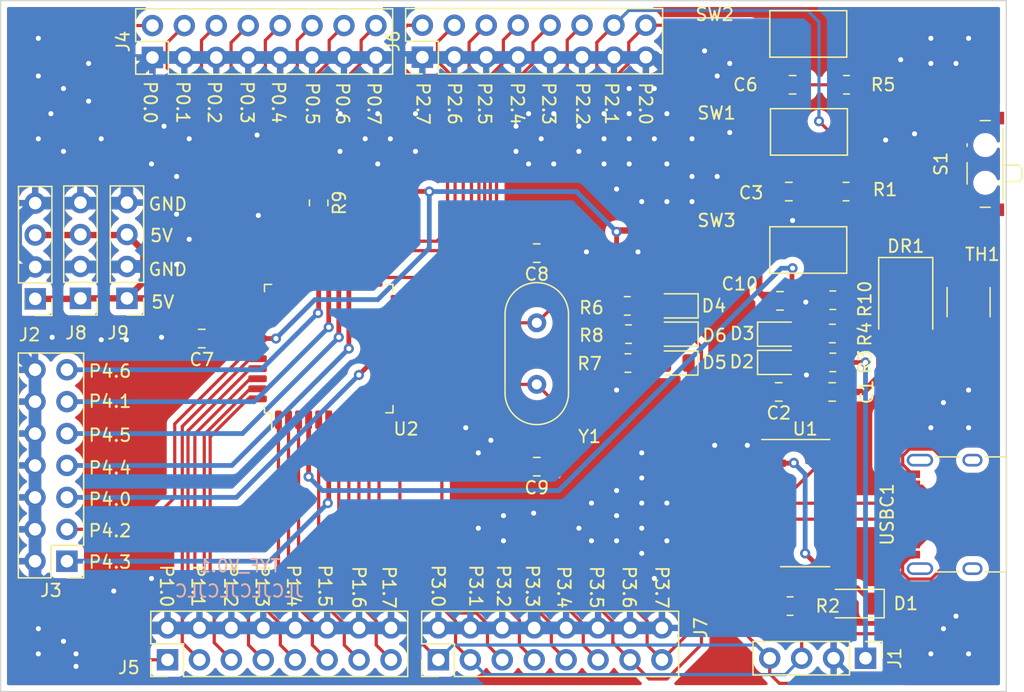
<source format=kicad_pcb>
(kicad_pcb (version 20211014) (generator pcbnew)
  (layers (0 "F.Cu" signal) (31 "B.Cu" signal) (34 "B.Paste" user) (35 "F.Paste" user) (36 "B.SilkS" user "B.Silkscreen") (37 "F.SilkS" user "F.Silkscreen") (38 "B.Mask" user) (39 "F.Mask" user) (44 "Edge.Cuts" user))
  (net 0 "")
  (net 1 "VCC")
  (net 2 "GND")
  (net 3 "Net-(C2-Pad2)")
  (net 4 "/KEY1")
  (net 5 "/KEY2")
  (net 6 "+5V")
  (net 7 "/X1")
  (net 8 "/X2")
  (net 9 "/RST")
  (net 10 "Net-(D1-Pad1)")
  (net 11 "/P3.0")
  (net 12 "/P3.1")
  (net 13 "Net-(D2-Pad2)")
  (net 14 "Net-(D3-Pad2)")
  (net 15 "Net-(D4-Pad2)")
  (net 16 "/LED1")
  (net 17 "Net-(D5-Pad2)")
  (net 18 "/LED2")
  (net 19 "Net-(D6-Pad2)")
  (net 20 "/P4.3")
  (net 21 "/P4.2")
  (net 22 "/P4.0")
  (net 23 "/P4.4")
  (net 24 "/P4.5")
  (net 25 "/P4.1")
  (net 26 "/P4.6")
  (net 27 "/P0.0")
  (net 28 "/P0.1")
  (net 29 "/P0.2")
  (net 30 "/P0.3")
  (net 31 "/P0.4")
  (net 32 "/P0.5")
  (net 33 "/P0.6")
  (net 34 "/P0.7")
  (net 35 "/P1.0")
  (net 36 "/P1.1")
  (net 37 "/P1.2")
  (net 38 "/P1.3")
  (net 39 "/P1.4")
  (net 40 "/P1.5")
  (net 41 "/P1.6")
  (net 42 "/P1.7")
  (net 43 "/P2.7")
  (net 44 "/P2.6")
  (net 45 "/P2.5")
  (net 46 "/P2.4")
  (net 47 "/P2.3")
  (net 48 "/P2.2")
  (net 49 "/P3.2")
  (net 50 "/P3.3")
  (net 51 "/P3.4")
  (net 52 "/P3.5")
  (net 53 "Net-(R2-Pad2)")
  (net 55 "VBUS")
  (net 56 "/DP")
  (net 57 "/DM")
  (footprint "Capacitor_SMD:C_1812_4532Metric" (layer "F.Cu") (at 167 89 -90)
    (fp_text reference "TH1")
    (fp_text value "SMD1812P110TF/33" hide)
  )
  (footprint "Capacitor_SMD:C_0805_2012Metric" (layer "F.Cu") (at 106 91.9 180)
    (fp_text reference "C7")
    (fp_text value "104" hide)
  )
  (footprint "LED_SMD:LED_0805_2012Metric" (layer "F.Cu") (at 151.9 93.8)
    (fp_text reference "D2")
    (fp_text value "红色" hide)
  )
  (footprint "Capacitor_SMD:C_0805_2012Metric" (layer "F.Cu") (at 152 88.9)
    (fp_text reference "C10")
    (fp_text value "10uf" hide)
  )
  (footprint "Capacitor_SMD:C_0805_2012Metric" (layer "F.Cu") (at 156.15 96.15 180)
    (fp_text reference "C1")
    (fp_text value "104" hide)
  )
  (footprint "LED_SMD:LED_0805_2012Metric" (layer "F.Cu") (at 143.7875 93.85 180)
    (fp_text reference "D5")
    (fp_text value "白色" hide)
  )
  (footprint "Resistor_SMD:R_0805_2012Metric" (layer "F.Cu") (at 152.8 113.2 180)
    (fp_text reference "R2")
    (fp_text value "22R" hide)
  )
  (footprint "Connector_USB:USB_C_Receptacle_XKB_U262-16XN-4BVC11" (layer "F.Cu") (at 166.235 105.9 90)
    (fp_text reference "USBC1")
    (fp_text value "USB_C_Receptacle" hide)
  )
  (footprint "Capacitor_SMD:C_0805_2012Metric" (layer "F.Cu") (at 151.9 96.15 180)
    (fp_text reference "C2")
    (fp_text value "104")
  )
  (footprint "Resistor_SMD:R_0805_2012Metric" (layer "F.Cu") (at 139.95 91.55 180)
    (fp_text reference "R8")
    (fp_text value "2K" hide)
  )
  (footprint "Connector_PinHeader_2.54mm:PinHeader_2x08_P2.54mm_Vertical" (layer "F.Cu") (at 103.275 117.475 90)
    (fp_text reference "J5")
    (fp_text value "Conn_02x08_Odd_Even" hide)
  )
  (footprint "Connector_PinHeader_2.54mm:PinHeader_2x08_P2.54mm_Vertical" (layer "F.Cu") (at 124.825 117.475 90)
    (fp_text reference "J7")
    (fp_text value "Conn_02x08_Odd_Even" hide)
  )
  (footprint "Capacitor_SMD:C_0805_2012Metric" (layer "F.Cu") (at 153 71.7)
    (fp_text reference "C6")
    (fp_text value "104" hide)
  )
  (footprint "Connector_PinHeader_2.54mm:PinHeader_1x04_P2.54mm_Vertical" (layer "F.Cu") (at 158.8 117.35 -90)
    (fp_text reference "J1")
    (fp_text value "Conn_01x04" hide)
  )
  (footprint "Crystal:Crystal_HC18-U_Vertical" (layer "F.Cu") (at 132.65 90.65 -90)
    (fp_text reference "Y1")
    (fp_text value "11.0592Mhz")
  )
  (footprint "Capacitor_SMD:C_0805_2012Metric" (layer "F.Cu") (at 132.65 102.1 180)
    (fp_text reference "C9")
    (fp_text value "22pf")
  )
  (footprint "Button_Switch_SMD:SW_SPST_CK_RS282G05A3" (layer "F.Cu") (at 154.3 75.45 180)
    (fp_text reference "SW1")
    (fp_text value "SW_Push" hide)
  )
  (footprint "Capacitor_SMD:C_0805_2012Metric" (layer "F.Cu") (at 132.65 85.1 180)
    (fp_text reference "C8")
    (fp_text value "22pf")
  )
  (footprint "Connector_PinHeader_2.54mm:PinHeader_2x08_P2.54mm_Vertical" (layer "F.Cu") (at 123.55 69.5 90)
    (fp_text reference "J6")
    (fp_text value "Conn_02x08_Odd_Even" hide)
  )
  (footprint "LED_SMD:LED_0805_2012Metric" (layer "F.Cu") (at 143.8 91.55 180)
    (fp_text reference "D6")
    (fp_text value "白色" hide)
  )
  (footprint "Button_Switch_SMD:SW_SPST_CK_RS282G05A3" (layer "F.Cu") (at 154.25 84.85 180)
    (fp_text reference "SW3")
    (fp_text value "SW_Push" hide)
  )
  (footprint "Connector_PinHeader_2.54mm:PinHeader_2x08_P2.54mm_Vertical" (layer "F.Cu") (at 102.075 69.525 90)
    (fp_text reference "J4")
    (fp_text value "Conn_02x08_Odd_Even" hide)
  )
  (footprint "Connector_PinHeader_2.54mm:PinHeader_1x04_P2.54mm_Vertical" (layer "F.Cu") (at 92.75 88.74 180)
    (fp_text reference "J2")
    (fp_text value "Conn_01x04" hide)
  )
  (footprint "Package_QFP:LQFP-44_10x10mm_P0.8mm" (layer "F.Cu") (at 116.1 92.7 90)
    (fp_text reference "U2")
    (fp_text value "STC89C52RC")
  )
  (footprint "Resistor_SMD:R_0805_2012Metric" (layer "F.Cu") (at 139.85 89.3 180)
    (fp_text reference "R6")
    (fp_text value "2K" hide)
  )
  (footprint "Resistor_SMD:R_0805_2012Metric" (layer "F.Cu") (at 156.1625 91.5)
    (fp_text reference "R4")
    (fp_text value "2K" hide)
  )
  (footprint "Capacitor_SMD:C_0805_2012Metric" (layer "F.Cu") (at 152.7 80.2)
    (fp_text reference "C3")
    (fp_text value "104" hide)
  )
  (footprint "Resistor_SMD:R_0805_2012Metric" (layer "F.Cu") (at 156.2 93.8)
    (fp_text reference "R3")
    (fp_text value "2K" hide)
  )
  (footprint "Button_Switch_SMD:SW_SPDT_PCM12" (layer "F.Cu") (at 168 78 90)
    (fp_text reference "S1")
    (fp_text value "SS-12F23" hide)
  )
  (footprint "Package_SO:SOIC-16_3.9x9.9mm_P1.27mm" (layer "F.Cu") (at 154 105)
    (fp_text reference "U1")
    (fp_text value "CH340C")
  )
  (footprint "LED_SMD:LED_0805_2012Metric" (layer "F.Cu") (at 143.8 89.3 180)
    (fp_text reference "D4")
    (fp_text value "白色" hide)
  )
  (footprint "Resistor_SMD:R_0805_2012Metric" (layer "F.Cu") (at 157.2875 71.7 180)
    (fp_text reference "R5")
    (fp_text value "10K" hide)
  )
  (footprint "Connector_PinHeader_2.54mm:PinHeader_1x04_P2.54mm_Vertical" (layer "F.Cu") (at 100.05 88.7 180)
    (fp_text reference "J9")
    (fp_text value "Conn_01x04" hide)
  )
  (footprint "Resistor_SMD:R_0805_2012Metric" (layer "F.Cu") (at 115.3 81.1 -90)
    (fp_text reference "R9")
    (fp_text value "10K")
  )
  (footprint "Connector_PinHeader_2.54mm:PinHeader_2x07_P2.54mm_Vertical" (layer "F.Cu") (at 95.275 109.625 180)
    (fp_text reference "J3")
    (fp_text value "Conn_02x07_Odd_Even" hide)
  )
  (footprint "Resistor_SMD:R_0805_2012Metric" (layer "F.Cu") (at 139.9 93.85 180)
    (fp_text reference "R7")
    (fp_text value "2K" hide)
  )
  (footprint "Resistor_SMD:R_0805_2012Metric" (layer "F.Cu") (at 157.25 80.2 180)
    (fp_text reference "R1")
    (fp_text value "10K" hide)
  )
  (footprint "Diode_SMD:D_SMB" (layer "F.Cu") (at 162 89 -90)
    (fp_text reference "DR1")
    (fp_text value "SMBJ5.0A-E3/52" hide)
  )
  (footprint "Diode_SMD:D_1206_3216Metric" (layer "F.Cu") (at 158 113 180)
    (fp_text reference "D1")
    (fp_text value "1N4148" hide)
  )
  (footprint "Resistor_SMD:R_0805_2012Metric" (layer "F.Cu") (at 156.2 88.85 180)
    (fp_text reference "R10")
    (fp_text value "10K" hide)
  )
  (footprint "LED_SMD:LED_0805_2012Metric" (layer "F.Cu") (at 151.9 91.55)
    (fp_text reference "D3")
    (fp_text value "蓝色" hide)
  )
  (footprint "Button_Switch_SMD:SW_SPST_CK_RS282G05A3" (layer "F.Cu") (at 154.25 67.65)
    (fp_text reference "SW2")
    (fp_text value "SW_Push" hide)
  )
  (footprint "Connector_PinHeader_2.54mm:PinHeader_1x04_P2.54mm_Vertical" (layer "F.Cu") (at 96.35 88.7 180)
    (fp_text reference "J8")
    (fp_text value "Conn_01x04" hide)
  )
  (gr_line (start 90 120) (end 90 65) (layer "Edge.Cuts") (width 0.1))
  (gr_line (start 90 65) (end 170 65) (layer "Edge.Cuts") (width 0.1))
  (gr_line (start 170 120) (end 90 120) (layer "Edge.Cuts") (width 0.1))
  (gr_line (start 170 65) (end 170 120) (layer "Edge.Cuts") (width 0.1))
  (gr_text "TYF_V0.1" (at 109 110) (layer "B.SilkS") (effects (font (size 1 1)) (justify mirror)))
  (gr_text "JLCJLCJLCJLC" (at 109 112) (layer "B.SilkS") (effects (font (size 1 1)) (justify mirror)))
  (gr_text "P3.4\n" (at 134.8 111.7 270) (layer "F.SilkS") (effects (font (size 1 1))))
  (gr_text "P1.5" (at 115.8 111.6 270) (layer "F.SilkS") (effects (font (size 1 1))))
  (gr_text "P0.4" (at 112.1 73.1 270) (layer "F.SilkS") (effects (font (size 1 1))))
  (gr_text "P2.2\n" (at 136.3 73.2 270) (layer "F.SilkS") (effects (font (size 1 1))))
  (gr_text "P0.7" (at 119.7 73.2 270) (layer "F.SilkS") (effects (font (size 1 1))))
  (gr_text "P4.2" (at 98.7 107.2) (layer "F.SilkS") (effects (font (size 1 1))))
  (gr_text "GND" (at 103.3 81.2) (layer "F.SilkS") (effects (font (size 1 1))))
  (gr_text "P0.5" (at 114.8 73.2 270) (layer "F.SilkS") (effects (font (size 1 1))))
  (gr_text "P2.7" (at 123.6 73.2 270) (layer "F.SilkS") (effects (font (size 1 1))))
  (gr_text "P2.0" (at 141.3 73.2 270) (layer "F.SilkS") (effects (font (size 1 1))))
  (gr_text "P4.3" (at 98.7 109.7) (layer "F.SilkS") (effects (font (size 1 1))))
  (gr_text "P1.6\n" (at 118.5 111.7 270) (layer "F.SilkS") (effects (font (size 1 1))))
  (gr_text "P0.0" (at 101.9 73.1 270) (layer "F.SilkS") (effects (font (size 1 1))))
  (gr_text "P3.7" (at 142.6 111.7 270) (layer "F.SilkS") (effects (font (size 1 1))))
  (gr_text "P0.1" (at 104.5 73.1 270) (layer "F.SilkS") (effects (font (size 1 1))))
  (gr_text "GND" (at 103.3 86.4) (layer "F.SilkS") (effects (font (size 1 1))))
  (gr_text "P4.4" (at 98.7 102.2) (layer "F.SilkS") (effects (font (size 1 1))))
  (gr_text "P0.2" (at 107 73.1 270) (layer "F.SilkS") (effects (font (size 1 1))))
  (gr_text "P3.5\n" (at 137.4 111.7 270) (layer "F.SilkS") (effects (font (size 1 1))))
  (gr_text "P1.0\n" (at 103.2 111.6 270) (layer "F.SilkS") (effects (font (size 1 1))))
  (gr_text "P2.1" (at 138.6 73.2 270) (layer "F.SilkS") (effects (font (size 1 1))))
  (gr_text "P2.6" (at 126.1 73.2 270) (layer "F.SilkS") (effects (font (size 1 1))))
  (gr_text "5V" (at 102.9 89) (layer "F.SilkS") (effects (font (size 1 1))))
  (gr_text "P3.3" (at 132.3 111.6 270) (layer "F.SilkS") (effects (font (size 1 1))))
  (gr_text "P1.7" (at 120.9 111.7 270) (layer "F.SilkS") (effects (font (size 1 1))))
  (gr_text "P0.6" (at 117.2 73.2 270) (layer "F.SilkS") (effects (font (size 1 1))))
  (gr_text "P2.3" (at 133.6 73.2 270) (layer "F.SilkS") (effects (font (size 1 1))))
  (gr_text "5V" (at 102.8 83.7) (layer "F.SilkS") (effects (font (size 1 1))))
  (gr_text "P3.0\n" (at 124.8 111.6 270) (layer "F.SilkS") (effects (font (size 1 1))))
  (gr_text "P1.1" (at 105.7 111.6 270) (layer "F.SilkS") (effects (font (size 1 1))))
  (gr_text "P4.5" (at 98.7 99.6) (layer "F.SilkS") (effects (font (size 1 1))))
  (gr_text "P3.1" (at 127.8 111.6 270) (layer "F.SilkS") (effects (font (size 1 1))))
  (gr_text "P3.2" (at 130 111.6 270) (layer "F.SilkS") (effects (font (size 1 1))))
  (gr_text "P1.3" (at 110.8 111.6 270) (layer "F.SilkS") (effects (font (size 1 1))))
  (gr_text "P4.1" (at 98.7 96.9) (layer "F.SilkS") (effects (font (size 1 1))))
  (gr_text "P1.4" (at 113.3 111.6 270) (layer "F.SilkS") (effects (font (size 1 1))))
  (gr_text "P2.4" (at 131.1 73.2 270) (layer "F.SilkS") (effects (font (size 1 1))))
  (gr_text "P2.5" (at 128.5 73.2 270) (layer "F.SilkS") (effects (font (size 1 1))))
  (gr_text "P1.2\n" (at 108.3 111.6 270) (layer "F.SilkS") (effects (font (size 1 1))))
  (gr_text "P0.3" (at 109.6 73.1 270) (layer "F.SilkS") (effects (font (size 1 1))))
  (gr_text "P4.6" (at 98.7 94.5) (layer "F.SilkS") (effects (font (size 1 1))))
  (gr_text "P4.0" (at 98.7 104.7) (layer "F.SilkS") (effects (font (size 1 1))))
  (gr_text "P3.6" (at 140 111.7 270) (layer "F.SilkS") (effects (font (size 1 1))))
  (via (at 110.4 75.7) (size 0.8) (drill 0.4) (layers "F.Cu" "B.Cu") (net 0))
  (via (at 162.7 75.6) (size 0.8) (drill 0.4) (layers "F.Cu" "B.Cu") (net 0))
  (via (at 94.1 91.8) (size 0.8) (drill 0.4) (layers "F.Cu" "B.Cu") (net 0))
  (via (at 110.5 82.1) (size 0.8) (drill 0.4) (layers "F.Cu" "B.Cu") (net 0))
  (via (at 160.4 76.1) (size 0.8) (drill 0.4) (layers "F.Cu" "B.Cu") (net 0))
  (segment (start 167 84.7) (end 167 86.95) (width 0.508) (layer "F.Cu") (net 1))
  (segment (start 157.1 96.15) (end 158.65 96.15) (width 0.508) (layer "F.Cu") (net 1))
  (segment (start 158.65 96.15) (end 159.9 94.9) (width 0.508) (layer "F.Cu") (net 1))
  (segment (start 162 86.85) (end 166.9 86.85) (width 0.508) (layer "F.Cu") (net 1))
  (segment (start 166.9 86.85) (end 167 86.95) (width 0.508) (layer "F.Cu") (net 1))
  (segment (start 165.4 77.25) (end 164.15 78.5) (width 0.508) (layer "F.Cu") (net 1))
  (segment (start 164.15 81.85) (end 167 84.7) (width 0.508) (layer "F.Cu") (net 1))
  (segment (start 159.9 88.95) (end 162 86.85) (width 0.508) (layer "F.Cu") (net 1))
  (segment (start 166.57 77.25) (end 165.4 77.25) (width 0.508) (layer "F.Cu") (net 1))
  (segment (start 156.475 96.775) (end 157.1 96.15) (width 0.508) (layer "F.Cu") (net 1))
  (segment (start 159.9 94.9) (end 159.9 88.95) (width 0.508) (layer "F.Cu") (net 1))
  (segment (start 164.15 78.5) (end 164.15 81.85) (width 0.508) (layer "F.Cu") (net 1))
  (segment (start 156.475 100.555) (end 156.475 96.775) (width 0.508) (layer "F.Cu") (net 1))
  (segment (start 155.2875 88.85) (end 154.1995 88.85) (width 0.381) (layer "F.Cu") (net 2))
  (segment (start 164.022355 111.04652) (end 162.237645 111.04652) (width 0.254) (layer "F.Cu") (net 2))
  (segment (start 161.75348 101.237645) (end 162.291125 100.7) (width 0.254) (layer "F.Cu") (net 2))
  (segment (start 148 75.5) (end 150.35 75.5) (width 1.016) (layer "F.Cu") (net 2))
  (segment (start 165.7 102.2) (end 165.7 109.368875) (width 0.254) (layer "F.Cu") (net 2))
  (segment (start 146.8 91.3625) (end 146.8 100.4) (width 1.016) (layer "F.Cu") (net 2))
  (segment (start 164.2 100.7) (end 165.7 102.2) (width 0.254) (layer "F.Cu") (net 2))
  (segment (start 162.565 109.25) (end 162.291322 109.25) (width 0.381) (layer "F.Cu") (net 2))
  (segment (start 162.237645 111.04652) (end 161.75348 110.562355) (width 0.254) (layer "F.Cu") (net 2))
  (segment (start 131.7 83.6) (end 131.7 85.1) (width 1.016) (layer "F.Cu") (net 2))
  (segment (start 158.15 67.65) (end 159.55 67.65) (width 0.381) (layer "F.Cu") (net 2))
  (segment (start 165.7 109.368875) (end 164.022355 111.04652) (width 0.254) (layer "F.Cu") (net 2))
  (segment (start 151.525 100.555) (end 149.555 100.555) (width 0.381) (layer "F.Cu") (net 2))
  (segment (start 162.291322 109.25) (end 161.1 110.441322) (width 0.381) (layer "F.Cu") (net 2))
  (segment (start 161.1 110.441322) (end 161.1 114.1) (width 0.381) (layer "F.Cu") (net 2))
  (segment (start 161.1 114.1) (end 164 117) (width 0.381) (layer "F.Cu") (net 2))
  (segment (start 151.9 94.9) (end 152.85 95.85) (width 0.381) (layer "F.Cu") (net 2))
  (segment (start 150.4 73.35) (end 152.05 71.7) (width 1.016) (layer "F.Cu") (net 2))
  (segment (start 131.7 102.279137) (end 132.953383 103.53252) (width 1.016) (layer "F.Cu") (net 2))
  (segment (start 132.4 82.9) (end 131.7 83.6) (width 1.016) (layer "F.Cu") (net 2))
  (segment (start 131.6 102.2) (end 131.7 102.1) (width 1.016) (layer "F.Cu") (net 2))
  (segment (start 162.291125 100.7) (end 164.2 100.7) (width 0.254) (layer "F.Cu") (net 2))
  (segment (start 140.7 85.092202) (end 144.7375 89.129702) (width 1.016) (layer "F.Cu") (net 2))
  (segment (start 152.85 96.15) (end 155.2 96.15) (width 1.016) (layer "F.Cu") (net 2))
  (segment (start 144.7375 89.129702) (end 144.7375 89.3) (width 1.016) (layer "F.Cu") (net 2))
  (segment (start 150.45 75.4) (end 150.4 75.45) (width 1.27) (layer "F.Cu") (net 2))
  (segment (start 149.5 98.53) (end 149.5 95.6) (width 0.381) (layer "F.Cu") (net 2))
  (segment (start 151.525 100.555) (end 149.5 98.53) (width 0.381) (layer "F.Cu") (net 2))
  (segment (start 162.381125 102.55) (end 161.75348 101.922355) (width 0.254) (layer "F.Cu") (net 2))
  (segment (start 162.565 102.85) (end 162.565 102.55) (width 0.254) (layer "F.Cu") (net 2))
  (segment (start 150.4 75.45) (end 150.4 78.85) (width 1.016) (layer "F.Cu") (net 2))
  (segment (start 154.1 95.05) (end 155.2 96.15) (width 0.381) (layer "F.Cu") (net 2))
  (segment (start 154.1995 88.85) (end 154.0495 89) (width 0.381) (layer "F.Cu") (net 2))
  (segment (start 102.8 91.8) (end 104.95 91.8) (width 1.016) (layer "F.Cu") (net 2))
  (segment (start 131.7 86.07255) (end 131.7 85.1) (width 0.381) (layer "F.Cu") (net 2))
  (segment (start 154.1 94.8) (end 154.1 95.05) (width 0.381) (layer "F.Cu") (net 2))
  (segment (start 121.7625 93.5) (end 124.27255 93.5) (width 0.381) (layer "F.Cu") (net 2))
  (segment (start 135.76748 103.53252) (end 136.6 102.7) (width 1.016) (layer "F.Cu") (net 2))
  (segment (start 162.565 102.55) (end 162.381125 102.55) (width 0.254) (layer "F.Cu") (net 2))
  (segment (start 140.7 85) (end 140.7 85.092202) (width 1.016) (layer "F.Cu") (net 2))
  (segment (start 134.5 82.9) (end 132.4 82.9) (width 1.016) (layer "F.Cu") (net 2))
  (segment (start 150.4 78.85) (end 151.75 80.2) (width 1.016) (layer "F.Cu") (net 2))
  (segment (start 104.95 91.8) (end 105.05 91.9) (width 1.016) (layer "F.Cu") (net 2))
  (segment (start 131.6 105) (end 131.6 102.2) (width 1.016) (layer "F.Cu") (net 2))
  (segment (start 152.85 95.85) (end 152.85 96.15) (width 0.381) (layer "F.Cu") (net 2))
  (segment (start 161.75348 110.562355) (end 161.75348 109.877645) (width 0.254) (layer "F.Cu") (net 2))
  (segment (start 144.7375 89.3) (end 146.8 91.3625) (width 1.016) (layer "F.Cu") (net 2))
  (segment (start 150.2 94.9) (end 151.9 94.9) (width 0.381) (layer "F.Cu") (net 2))
  (segment (start 136.6 102.7) (end 136.6 85) (width 1.016) (layer "F.Cu") (net 2))
  (segment (start 132.953383 103.53252) (end 135.76748 103.53252) (width 1.016) (layer "F.Cu") (net 2))
  (segment (start 124.27255 93.5) (end 131.7 86.07255) (width 0.381) (layer "F.Cu") (net 2))
  (segment (start 132.4 105.8) (end 131.6 105) (width 1.016) (layer "F.Cu") (net 2))
  (segment (start 151.75 81.25) (end 151.75 80.2) (width 0.381) (layer "F.Cu") (net 2))
  (segment (start 150.4 75.45) (end 150.4 73.35) (width 1.016) (layer "F.Cu") (net 2))
  (segment (start 162.565 108.95) (end 162.565 109.25) (width 0.254) (layer "F.Cu") (net 2))
  (segment (start 161.75348 101.922355) (end 161.75348 101.237645) (width 0.254) (layer "F.Cu") (net 2))
  (segment (start 159.55 67.65) (end 161.6 69.7) (width 0.381) (layer "F.Cu") (net 2))
  (segment (start 149.5 95.6) (end 150.2 94.9) (width 0.381) (layer "F.Cu") (net 2))
  (segment (start 153 82.5) (end 151.75 81.25) (width 0.381) (layer "F.Cu") (net 2))
  (segment (start 136.6 85) (end 134.5 82.9) (width 1.016) (layer "F.Cu") (net 2))
  (segment (start 131.7 102.1) (end 131.7 102.279137) (width 1.016) (layer "F.Cu") (net 2))
  (segment (start 149.555 100.555) (end 149.4 100.4) (width 0.381) (layer "F.Cu") (net 2))
  (via (at 105 76) (size 0.8) (drill 0.4) (layers "F.Cu" "B.Cu") (net 2))
  (via (at 140 74) (size 0.8) (drill 0.4) (layers "F.Cu" "B.Cu") (net 2))
  (via (at 95 72) (size 0.8) (drill 0.4) (layers "F.Cu" "B.Cu") (net 2))
  (via (at 167 99) (size 0.8) (drill 0.4) (layers "F.Cu" "B.Cu") (net 2))
  (via (at 104 82) (size 0.8) (drill 0.4) (layers "F.Cu" "B.Cu") (net 2))
  (via (at 146.8 100.4) (size 0.8) (drill 0.4) (layers "F.Cu" "B.Cu") (net 2))
  (via (at 141 107) (size 0.8) (drill 0.4) (layers "F.Cu" "B.Cu") (net 2))
  (via (at 129 100) (size 0.8) (drill 0.4) (layers "F.Cu" "B.Cu") (net 2))
  (via (at 139 108) (size 0.8) (drill 0.4) (layers "F.Cu" "B.Cu") (net 2))
  (via (at 132.4 105.8) (size 0.8) (drill 0.4) (layers "F.Cu" "B.Cu") (net 2))
  (via (at 133 76) (size 0.8) (drill 0.4) (layers "F.Cu" "B.Cu") (net 2))
  (via (at 153 82.5) (size 0.8) (drill 0.4) (layers "F.Cu" "B.Cu") (net 2))
  (via (at 137 105) (size 0.8) (drill 0.4) (layers "F.Cu" "B.Cu") (net 2))
  (via (at 95 77) (size 0.8) (drill 0.4) (layers "F.Cu" "B.Cu") (net 2))
  (via (at 120 78) (size 0.8) (drill 0.4) (layers "F.Cu" "B.Cu") (net 2))
  (via (at 164 117) (size 0.8) (drill 0.4) (layers "F.Cu" "B.Cu") (net 2))
  (via (at 141 101) (size 0.8) (drill 0.4) (layers "F.Cu" "B.Cu") (net 2))
  (via (at 131 77) (size 0.8) (drill 0.4) (layers "F.Cu" "B.Cu") (net 2))
  (via (at 132 78) (size 0.8) (drill 0.4) (layers "F.Cu" "B.Cu") (net 2))
  (via (at 136 107) (size 0.8) (drill 0.4) (layers "F.Cu" "B.Cu") (net 2))
  (via (at 145 81) (size 0.8) (drill 0.4) (layers "F.Cu" "B.Cu") (net 2))
  (via (at 117 77) (size 0.8) (drill 0.4) (layers "F.Cu" "B.Cu") (net 2))
  (via (at 164 70) (size 0.8) (drill 0.4) (layers "F.Cu" "B.Cu") (net 2))
  (via (at 145 79) (size 0.8) (drill 0.4) (layers "F.Cu" "B.Cu") (net 2))
  (via (at 140 72) (size 0.8) (drill 0.4) (layers "F.Cu" "B.Cu") (net 2))
  (via (at 140 76) (size 0.8) (drill 0.4) (layers "F.Cu" "B.Cu") (net 2))
  (via (at 128 107) (size 0.8) (drill 0.4) (layers "F.Cu" "B.Cu") (net 2))
  (via (at 136 77) (size 0.8) (drill 0.4) (layers "F.Cu" "B.Cu") (net 2))
  (via (at 104 79) (size 0.8) (drill 0.4) (layers "F.Cu" "B.Cu") (net 2))
  (via (at 128 101) (size 0.8) (drill 0.4) (layers "F.Cu" "B.Cu") (net 2))
  (via (at 141 103) (size 0.8) (drill 0.4) (layers "F.Cu" "B.Cu") (net 2))
  (via (at 166 114) (size 0.8) (drill 0.4) (layers "F.Cu" "B.Cu") (net 2))
  (via (at 165 97) (size 0.8) (drill 0.4) (layers "F.Cu" "B.Cu") (net 2))
  (via (at 105 84) (size 0.8) (drill 0.4) (layers "F.Cu" "B.Cu") (net 2))
  (via (at 139 80) (size 0.8) (drill 0.4) (layers "F.Cu" "B.Cu") (net 2))
  (via (at 102.8 91.8) (size 0.8) (drill 0.4) (layers "F.Cu" "B.Cu") (net 2))
  (via (at 137 108) (size 0.8) (drill 0.4) (layers "F.Cu" "B.Cu") (net 2))
  (via (at 93 68) (size 0.8) (drill 0.4) (layers "F.Cu" "B.Cu") (net 2))
  (via (at 134 74) (size 0.8) (drill 0.4) (layers "F.Cu" "B.Cu") (net 2))
  (via (at 98 92) (size 0.8) (drill 0.4) (layers "F.Cu" "B.Cu") (net 2))
  (via (at 99 112) (size 0.8) (drill 0.4) (layers "F.Cu" "B.Cu") (net 2))
  (via (at 94 74) (size 0.8) (drill 0.4) (layers "F.Cu" "B.Cu") (net 2))
  (via (at 139 96) (size 0.8) (drill 0.4) (layers "F.Cu" "B.Cu") (net 2))
  (via (at 142 76) (size 0.8) (drill 0.4) (layers "F.Cu" "B.Cu") (net 2))
  (via (at 164 99) (size 0.8) (drill 0.4) (layers "F.Cu" "B.Cu") (net 2))
  (via (at 132 74) (size 0.8) (drill 0.4) (layers "F.Cu" "B.Cu") (net 2))
  (via (at 127 99) (size 0.8) (drill 0.4) (layers "F.Cu" "B.Cu") (net 2))
  (via (at 146 69) (size 0.8) (drill 0.4) (layers "F.Cu" "B.Cu") (net 2))
  (via (at 142 111) (size 0.8) (drill 0.4) (layers "F.Cu" "B.Cu") (net 2))
  (via (at 140 78) (size 0.8) (drill 0.4) (layers "F.Cu" "B.Cu") (net 2))
  (via (at 123 77) (size 0.8) (drill 0.4) (layers "F.Cu" "B.Cu") (net 2))
  (via (at 136 75) (size 0.8) (drill 0.4) (layers "F.Cu" "B.Cu") (net 2))
  (via (at 145 76) (size 0.8) (drill 0.4) (layers "F.Cu" "B.Cu") (net 2))
  (via (at 166 70) (size 0.8) (drill 0.4) (layers "F.Cu" "B.Cu") (net 2))
  (via (at 119 76) (size 0.8) (drill 0.4) (layers "F.Cu" "B.Cu") (net 2))
  (via (at 96 118) (size 0.8) (drill 0.4) (layers "F.Cu" "B.Cu") (net 2))
  (via (at 147 71) (size 0.8) (drill 0.4) (layers "F.Cu" "B.Cu") (net 2))
  (via (at 104 86) (size 0.8) (drill 0.4) (layers "F.Cu" "B.Cu") (net 2))
  (via (at 121 76) (size 0.8) (drill 0.4) (layers "F.Cu" "B.Cu") (net 2))
  (via (at 167 68) (size 0.8) (drill 0.4) (layers "F.Cu" "B.Cu") (net 2))
  (via (at 139 106) (size 0.8) (drill 0.4) (layers "F.Cu" "B.Cu") (net 2))
  (via (at 98 76) (size 0.8) (drill 0.4) (layers "F.Cu" "B.Cu") (net 2))
  (via (at 103 75) (size 0.8) (drill 0.4) (layers "F.Cu" "B.Cu") (net 2))
  (via (at 154.1 94.8) (size 0.8) (drill 0.4) (layers "F.Cu" "B.Cu") (net 2))
  (via (at 167 117) (size 0.8) (drill 0.4) (layers "F.Cu" "B.Cu") (net 2))
  (via (at 102 78) (size 0.8) (drill 0.4) (layers "F.Cu" "B.Cu") (net 2))
  (via (at 143 74) (size 0.8) (drill 0.4) (layers "F.Cu" "B.Cu") (net 2))
  (via (at 165 115) (size 0.8) (drill 0.4) (layers "F.Cu" "B.Cu") (net 2))
  (via (at 130 108) (size 0.8) (drill 0.4) (layers "F.Cu" "B.Cu") (net 2))
  (via (at 93 76) (size 0.8) (drill 0.4) (layers "F.Cu" "B.Cu") (net 2))
  (via (at 148 70) (size 0.8) (drill 0.4) (layers "F.Cu" "B.Cu") (net 2))
  (via (at 123 74) (size 0.8) (drill 0.4) (layers "F.Cu" "B.Cu") (net 2))
  (via (at 148 75.5) (size 0.8) (drill 0.4) (layers "F.Cu" "B.Cu") (net 2))
  (via (at 154.0495 89) (size 0.8) (drill 0.4) (layers "F.Cu" "B.Cu") (net 2))
  (via (at 138 74) (size 0.8) (drill 0.4) (layers "F.Cu" "B.Cu") (net 2))
  (via (at 141 109) (size 0.8) (drill 0.4) (layers "F.Cu" "B.Cu") (net 2))
  (via (at 131 75) (size 0.8) (drill 0.4) (layers "F.Cu" "B.Cu") (net 2))
  (via (at 149.4 100.4) (size 0.8) (drill 0.4) (layers "F.Cu" "B.Cu") (net 2))
  (via (at 147 79) (size 0.8) (drill 0.4) (layers "F.Cu" "B.Cu") (net 2))
  (via (at 117 74) (size 0.8) (drill 0.4) (layers "F.Cu" "B.Cu") (net 2))
  (via (at 141 105) (size 0.8) (drill 0.4) (layers "F.Cu" "B.Cu") (net 2))
  (via (at 120 74) (size 0.8) (drill 0.4) (layers "F.Cu" "B.Cu") (net 2))
  (via (at 93 71) (size 0.8) (drill 0.4) (layers "F.Cu" "B.Cu") (net 2))
  (via (at 93 117) (size 0.8) (drill 0.4) (layers "F.Cu" "B.Cu") (net 2))
  (via (at 93 115) (size 0.8) (drill 0.4) (layers "F.Cu" "B.Cu") (net 2))
  (via (at 161.6 69.7) (size 0.8) (drill 0.4) (layers "F.Cu" "B.Cu") (net 2))
  (via (at 138 76) (size 0.8) (drill 0.4) (layers "F.Cu" "B.Cu") (net 2))
  (via (at 136.6 85) (size 0.8) (drill 0.4) (layers "F.Cu" "B.Cu") (net 2))
  (via (at 167 96) (size 0.8) (drill 0.4) (layers "F.Cu" "B.Cu") (net 2))
  (via (at 97 73) (size 0.8) (drill 0.4) (layers "F.Cu" "B.Cu") (net 2))
  (via (at 102 111) (size 0.8) (drill 0.4) (layers "F.Cu" "B.Cu") (net 2))
  (via (at 143 78) (size 0.8) (drill 0.4) (layers "F.Cu" "B.Cu") (net 2))
  (via (at 97 70) (size 0.8) (drill 0.4) (layers "F.Cu" "B.Cu") (net 2))
  (via (at 95 116) (size 0.8) (drill 0.4) (layers "F.Cu" "B.Cu") (net 2))
  (via (at 140.7 85) (size 0.8) (drill 0.4) (layers "F.Cu" "B.Cu") (net 2))
  (via (at 164 68) (size 0.8) (drill 0.4) (layers "F.Cu" "B.Cu") (net 2))
  (via (at 130 106) (size 0.8) (drill 0.4) (layers "F.Cu" "B.Cu") (net 2))
  (via (at 134 78) (size 0.8) (drill 0.4) (layers "F.Cu" "B.Cu") (net 2))
  (via (at 96 117) (size 0.8) (drill 0.4) (layers "F.Cu" "B.Cu") (net 2))
  (via (at 143 105) (size 0.8) (drill 0.4) (layers "F.Cu" "B.Cu") (net 2))
  (via (at 143 81) (size 0.8) (drill 0.4) (layers "F.Cu" "B.Cu") (net 2))
  (via (at 142 72) (size 0.8) (drill 0.4) (layers "F.Cu" "B.Cu") (net 2))
  (via (at 139 104) (size 0.8) (drill 0.4) (layers "F.Cu" "B.Cu") (net 2))
  (via (at 143 108) (size 0.8) (drill 0.4) (layers "F.Cu" "B.Cu") (net 2))
  (via (at 141 81) (size 0.8) (drill 0.4) (layers "F.Cu" "B.Cu") (net 2))
  (via (at 138 78) (size 0.8) (drill 0.4) (layers "F.Cu" "B.Cu") (net 2))
  (via (at 100 92) (size 0.8) (drill 0.4) (layers "F.Cu" "B.Cu") (net 2))
  (segment (start 160.6 81.8) (end 159.9 82.5) (width 0.381) (layer "B.Cu") (net 2))
  (segment (start 100.05 86.16) (end 101.252081 86.16) (width 1.016) (layer "B.Cu") (net 2))
  (segment (start 100.01 86.2) (end 100.05 86.16) (width 1.016) (layer "B.Cu") (net 2))
  (segment (start 100.01 81.12) (end 100.05 81.08) (width 1.016) (layer "B.Cu") (net 2))
  (segment (start 154.0495 89) (end 154.0495 94.7495) (width 0.381) (layer "B.Cu") (net 2))
  (segment (start 92.75 86.2) (end 100.01 86.2) (width 1.016) (layer "B.Cu") (net 2))
  (segment (start 157.500011 118.590011) (end 156.26 117.35) (width 0.381) (layer "B.Cu") (net 2))
  (segment (start 103.275 114.935) (end 96.842919 114.935) (width 1.016) (layer "B.Cu") (net 2))
  (segment (start 132.445 114.935) (end 132.445 105.845) (width 1.016) (layer "B.Cu") (net 2))
  (segment (start 101.252081 86.16) (end 102.8 87.707919) (width 1.016) (layer "B.Cu") (net 2))
  (segment (start 96.842919 114.935) (end 92.735 110.827081) (width 1.016) (layer "B.Cu") (net 2))
  (segment (start 92.735 110.827081) (end 92.735 109.625) (width 1.016) (layer "B.Cu") (net 2))
  (segment (start 91.192489 87.407511) (end 92.4 86.2) (width 1.016) (layer "B.Cu") (net 2))
  (segment (start 132.445 105.845) (end 132.4 105.8) (width 1.016) (layer "B.Cu") (net 2))
  (segment (start 154.0495 94.7495) (end 154.1 94.8) (width 0.381) (layer "B.Cu") (net 2))
  (segment (start 161.6 69.7) (end 161.6 80.8) (width 0.381) (layer "B.Cu") (net 2))
  (segment (start 140.7 85) (end 136.6 85) (width 1.016) (layer "B.Cu") (net 2))
  (segment (start 102.8 87.707919) (end 102.8 91.8) (width 1.016) (layer "B.Cu") (net 2))
  (segment (start 92.735 109.625) (end 92.735 94.385) (width 1.016) (layer "B.Cu") (net 2))
  (segment (start 91.192489 84.642489) (end 91.192489 82.677511) (width 1.016) (layer "B.Cu") (net 2))
  (segment (start 141.305 69.525) (end 141.33 69.5) (width 1.016) (layer "B.Cu") (net 2))
  (segment (start 92.75 81.12) (end 100.01 81.12) (width 1.016) (layer "B.Cu") (net 2))
  (segment (start 100.05 71.55) (end 102.075 69.525) (width 1.016) (layer "B.Cu") (net 2))
  (segment (start 100.05 81.08) (end 100.05 71.55) (width 1.016) (layer "B.Cu") (net 2))
  (segment (start 92.735 94.385) (end 91.192489 92.842489) (width 1.016) (layer "B.Cu") (net 2))
  (segment (start 146.8 100.4) (end 149.4 100.4) (width 1.016) (layer "B.Cu") (net 2))
  (segment (start 142 69.5) (end 148 75.5) (width 1.016) (layer "B.Cu") (net 2))
  (segment (start 141.33 69.5) (end 142 69.5) (width 1.016) (layer "B.Cu") (net 2))
  (segment (start 102.075 69.525) (end 141.305 69.525) (width 1.016) (layer "B.Cu") (net 2))
  (segment (start 91.192489 92.842489) (end 91.192489 87.407511) (width 1.016) (layer "B.Cu") (net 2))
  (segment (start 91.192489 82.677511) (end 92.75 81.12) (width 1.016) (layer "B.Cu") (net 2))
  (segment (start 142.605 114.935) (end 103.275 114.935) (width 1.016) (layer "B.Cu") (net 2))
  (segment (start 92.75 86.2) (end 91.192489 84.642489) (width 1.016) (layer "B.Cu") (net 2))
  (segment (start 161.6 80.8) (end 160.6 81.8) (width 0.381) (layer "B.Cu") (net 2))
  (segment (start 164 117) (end 162.409989 118.590011) (width 0.381) (layer "B.Cu") (net 2))
  (segment (start 92.4 86.2) (end 92.75 86.2) (width 1.016) (layer "B.Cu") (net 2))
  (segment (start 162.409989 118.590011) (end 157.500011 118.590011) (width 0.381) (layer "B.Cu") (net 2))
  (segment (start 159.9 82.5) (end 153 82.5) (width 0.381) (layer "B.Cu") (net 2))
  (segment (start 155 102) (end 152.635 104.365) (width 0.254) (layer "F.Cu") (net 3))
  (segment (start 152.635 104.365) (end 151.525 104.365) (width 0.254) (layer "F.Cu") (net 3))
  (segment (start 155 100.2) (end 155 102) (width 0.254) (layer "F.Cu") (net 3))
  (segment (start 150.95 96.15) (end 155 100.2) (width 0.254) (layer "F.Cu") (net 3))
  (segment (start 130.29296 71.80704) (end 136.14296 71.80704) (width 0.254) (layer "F.Cu") (net 4))
  (segment (start 136.14296 71.80704) (end 137.426511 70.523489) (width 0.254) (layer "F.Cu") (net 4))
  (segment (start 158.2 78.3375) (end 158.2 75.45) (width 0.254) (layer "F.Cu") (net 4))
  (segment (start 156.3375 80.2) (end 158.2 78.3375) (width 0.254) (layer "F.Cu") (net 4))
  (segment (start 137.426511 68.323489) (end 138.79 66.96) (width 0.254) (layer "F.Cu") (net 4))
  (segment (start 128.95704 87.44296) (end 128.95704 73.14296) (width 0.254) (layer "F.Cu") (net 4))
  (segment (start 121.7625 91.1) (end 125.3 91.1) (width 0.254) (layer "F.Cu") (net 4))
  (segment (start 153.65 80.2) (end 156.3375 80.2) (width 0.254) (layer "F.Cu") (net 4))
  (segment (start 128.95704 73.14296) (end 130.29296 71.80704) (width 0.254) (layer "F.Cu") (net 4))
  (segment (start 125.3 91.1) (end 128.95704 87.44296) (width 0.254) (layer "F.Cu") (net 4))
  (segment (start 137.426511 70.523489) (end 137.426511 68.323489) (width 0.254) (layer "F.Cu") (net 4))
  (segment (start 155.1 74.6) (end 155.95 75.45) (width 0.254) (layer "F.Cu") (net 4))
  (segment (start 155.95 75.45) (end 158.2 75.45) (width 0.254) (layer "F.Cu") (net 4))
  (via (at 155.1 74.6) (size 0.8) (drill 0.4) (layers "F.Cu" "B.Cu") (net 4))
  (segment (start 154.183489 65.783489) (end 155.1 66.7) (width 0.254) (layer "B.Cu") (net 4))
  (segment (start 155.1 66.7) (end 155.1 74.6) (width 0.254) (layer "B.Cu") (net 4))
  (segment (start 138.79 66.96) (end 139.966511 65.783489) (width 0.254) (layer "B.Cu") (net 4))
  (segment (start 139.966511 65.783489) (end 154.183489 65.783489) (width 0.254) (layer "B.Cu") (net 4))
  (segment (start 130.58944 72.26056) (end 137.693279 72.26056) (width 0.254) (layer "F.Cu") (net 5))
  (segment (start 129.45 87.591374) (end 129.45 73.4) (width 0.254) (layer "F.Cu") (net 5))
  (segment (start 139.966511 68.323489) (end 141.33 66.96) (width 0.254) (layer "F.Cu") (net 5))
  (segment (start 137.693279 72.26056) (end 139.966511 69.987328) (width 0.254) (layer "F.Cu") (net 5))
  (segment (start 129.45 73.4) (end 130.58944 72.26056) (width 0.254) (layer "F.Cu") (net 5))
  (segment (start 153.95 71.7) (end 153.590322 71.7) (width 0.254) (layer "F.Cu") (net 5))
  (segment (start 153.95 71.7) (end 156.375 71.7) (width 0.254) (layer "F.Cu") (net 5))
  (segment (start 150.35 68.459678) (end 150.35 67.65) (width 0.254) (layer "F.Cu") (net 5))
  (segment (start 125.141374 91.9) (end 129.45 87.591374) (width 0.254) (layer "F.Cu") (net 5))
  (segment (start 121.7625 91.9) (end 125.141374 91.9) (width 0.254) (layer "F.Cu") (net 5))
  (segment (start 153.590322 71.7) (end 150.35 68.459678) (width 0.254) (layer "F.Cu") (net 5))
  (segment (start 149.19 66.96) (end 141.33 66.96) (width 0.254) (layer "F.Cu") (net 5))
  (segment (start 149.65 66.95) (end 149.2 66.95) (width 0.254) (layer "F.Cu") (net 5))
  (segment (start 149.2 66.95) (end 149.19 66.96) (width 0.254) (layer "F.Cu") (net 5))
  (segment (start 139.966511 69.987328) (end 139.966511 68.323489) (width 0.254) (layer "F.Cu") (net 5))
  (segment (start 150.35 67.65) (end 149.65 66.95) (width 0.254) (layer "F.Cu") (net 5))
  (segment (start 111.9 91.9) (end 110.4375 91.9) (width 0.381) (layer "F.Cu") (net 6))
  (segment (start 160.8 80.2) (end 158.1625 80.2) (width 0.508) (layer "F.Cu") (net 6))
  (segment (start 158.8 93.8) (end 157.1125 93.8) (width 0.381) (layer "F.Cu") (net 6))
  (segment (start 139.0375 91.55) (end 139.0375 93.8) (width 0.508) (layer "F.Cu") (net 6))
  (segment (start 145.05 84.85) (end 143.5 83.3) (width 0.508) (layer "F.Cu") (net 6))
  (segment (start 153.5125 84.85) (end 150.35 84.85) (width 0.508) (layer "F.Cu") (net 6))
  (segment (start 139.0375 93.8) (end 138.9875 93.85) (width 0.508) (layer "F.Cu") (net 6))
  (segment (start 151.230073 88.9) (end 152.430073 90.1) (width 0.508) (layer "F.Cu") (net 6))
  (segment (start 100.05 83.62) (end 101.353511 84.923511) (width 0.508) (layer "F.Cu") (net 6))
  (segment (start 106.95 91.9) (end 110.4375 91.9) (width 0.508) (layer "F.Cu") (net 6))
  (segment (start 158.1625 80.2) (end 153.5125 84.85) (width 0.508) (layer "F.Cu") (net 6))
  (segment (start 100.01 83.66) (end 100.05 83.62) (width 0.508) (layer "F.Cu") (net 6))
  (segment (start 115.3 80.1875) (end 124.0875 80.1875) (width 0.381) (layer "F.Cu") (net 6))
  (segment (start 139 89.2375) (end 138.9375 89.3) (width 0.381) (layer "F.Cu") (net 6))
  (segment (start 161.2 71.7) (end 165.25 75.75) (width 0.508) (layer "F.Cu") (net 6))
  (segment (start 150.35 84.85) (end 145.05 84.85) (width 0.508) (layer "F.Cu") (net 6))
  (segment (start 138.9375 91.45) (end 139.0375 91.55) (width 0.508) (layer "F.Cu") (net 6))
  (segment (start 150.35 84.85) (end 150.35 88.2) (width 0.508) (layer "F.Cu") (net 6))
  (segment (start 155.9 90.1) (end 157.075 91.275) (width 0.508) (layer "F.Cu") (net 6))
  (segment (start 157.075 91.275) (end 157.075 91.5) (width 0.508) (layer "F.Cu") (net 6))
  (segment (start 92.75 83.66) (end 100.01 83.66) (width 0.508) (layer "F.Cu") (net 6))
  (segment (start 103.569927 88.7) (end 100.05 88.7) (width 0.508) (layer "F.Cu") (net 6))
  (segment (start 165.25 75.75) (end 160.8 80.2) (width 0.508) (layer "F.Cu") (net 6))
  (segment (start 151.05 88.9) (end 151.230073 88.9) (width 0.508) (layer "F.Cu") (net 6))
  (segment (start 143.5 83.3) (end 139.1 83.3) (width 0.508) (layer "F.Cu") (net 6))
  (segment (start 101.353511 87.396489) (end 100.05 88.7) (width 0.508) (layer "F.Cu") (net 6))
  (segment (start 150.35 88.2) (end 151.05 88.9) (width 0.508) (layer "F.Cu") (net 6))
  (segment (start 96.35 88.7) (end 100.05 88.7) (width 0.508) (layer "F.Cu") (net 6))
  (segment (start 124.0875 80.1875) (end 124.1 80.2) (width 0.381) (layer "F.Cu") (net 6))
  (segment (start 106.95 91.9) (end 106.769927 91.9) (width 0.508) (layer "F.Cu") (net 6))
  (segment (start 92.75 88.74) (end 96.31 88.74) (width 0.508) (layer "F.Cu") (net 6))
  (segment (start 139 83.4) (end 139 89.2375) (width 0.381) (layer "F.Cu") (net 6))
  (segment (start 157.075 91.5) (end 157.075 93.7625) (width 0.508) (layer "F.Cu") (net 6))
  (segment (start 152.430073 90.1) (end 155.9 90.1) (width 0.508) (layer "F.Cu") (net 6))
  (segment (start 96.31 88.74) (end 96.35 88.7) (width 0.508) (layer "F.Cu") (net 6))
  (segment (start 101.353511 84.923511) (end 101.353511 87.396489) (width 0.508) (layer "F.Cu") (net 6))
  (segment (start 157.075 93.7625) (end 157.1125 93.8) (width 0.508) (layer "F.Cu") (net 6))
  (segment (start 139.1 83.3) (end 139 83.4) (width 0.508) (layer "F.Cu") (net 6))
  (segment (start 106.769927 91.9) (end 103.569927 88.7) (width 0.508) (layer "F.Cu") (net 6))
  (segment (start 158.2 71.7) (end 161.2 71.7) (width 0.508) (layer "F.Cu") (net 6))
  (segment (start 138.9375 89.3) (end 138.9375 91.45) (width 0.508) (layer "F.Cu") (net 6))
  (segment (start 165.25 75.75) (end 166.57 75.75) (width 0.508) (layer "F.Cu") (net 6))
  (via (at 139 83.4) (size 0.8) (drill 0.4) (layers "F.Cu" "B.Cu") (net 6))
  (via (at 124.1 80.2) (size 0.8) (drill 0.4) (layers "F.Cu" "B.Cu") (net 6))
  (via (at 111.9 91.9) (size 0.8) (drill 0.4) (layers "F.Cu" "B.Cu") (net 6))
  (via (at 158.8 93.8) (size 0.8) (drill 0.4) (layers "F.Cu" "B.Cu") (net 6))
  (segment (start 135.8 80.2) (end 139 83.4) (width 0.381) (layer "B.Cu") (net 6))
  (segment (start 124.1 84.7) (end 120 88.8) (width 0.381) (layer "B.Cu") (net 6))
  (segment (start 120 88.8) (end 115 88.8) (width 0.381) (layer "B.Cu") (net 6))
  (segment (start 124.1 80.2) (end 124.1 84.7) (width 0.381) (layer "B.Cu") (net 6))
  (segment (start 124.1 80.2) (end 135.8 80.2) (width 0.381) (layer "B.Cu") (net 6))
  (segment (start 158.8 117.35) (end 158.8 93.8) (width 0.381) (layer "B.Cu") (net 6))
  (segment (start 115 88.8) (end 111.9 91.9) (width 0.381) (layer "B.Cu") (net 6))
  (segment (start 132.65 90.65) (end 133.6 89.7) (width 0.254) (layer "F.Cu") (net 7))
  (segment (start 129.6 90.65) (end 132.65 90.65) (width 0.254) (layer "F.Cu") (net 7))
  (segment (start 133.6 89.7) (end 133.6 85.1) (width 0.254) (layer "F.Cu") (net 7))
  (segment (start 125.95 94.3) (end 129.6 90.65) (width 0.254) (layer "F.Cu") (net 7))
  (segment (start 121.7625 94.3) (end 125.95 94.3) (width 0.254) (layer "F.Cu") (net 7))
  (segment (start 133.6 96.5) (end 133.6 102.1) (width 0.254) (layer "F.Cu") (net 8))
  (segment (start 126.45 95.55) (end 132.65 95.55) (width 0.254) (layer "F.Cu") (net 8))
  (segment (start 121.7625 95.1) (end 126 95.1) (width 0.254) (layer "F.Cu") (net 8))
  (segment (start 126 95.1) (end 126.45 95.55) (width 0.254) (layer "F.Cu") (net 8))
  (segment (start 132.65 95.55) (end 133.6 96.5) (width 0.254) (layer "F.Cu") (net 8))
  (segment (start 157 84.85) (end 158.15 84.85) (width 0.254) (layer "F.Cu") (net 9))
  (segment (start 158.15 84.85) (end 158.15 87.8125) (width 0.254) (layer "F.Cu") (net 9))
  (segment (start 153 86.3) (end 152.95 86.35) (width 0.381) (layer "F.Cu") (net 9))
  (segment (start 152.95 88.9) (end 157 84.85) (width 0.254) (layer "F.Cu") (net 9))
  (segment (start 158.15 87.8125) (end 157.1125 88.85) (width 0.254) (layer "F.Cu") (net 9))
  (segment (start 114.5 98.3625) (end 114.5 102.9) (width 0.381) (layer "F.Cu") (net 9))
  (segment (start 152.95 86.35) (end 152.95 88.9) (width 0.381) (layer "F.Cu") (net 9))
  (via (at 114.5 102.9) (size 0.8) (drill 0.4) (layers "F.Cu" "B.Cu") (net 9))
  (via (at 153 86.3) (size 0.8) (drill 0.4) (layers "F.Cu" "B.Cu") (net 9))
  (segment (start 152.1 86.3) (end 134.4 104) (width 0.381) (layer "B.Cu") (net 9))
  (segment (start 115.6 104) (end 114.5 102.9) (width 0.381) (layer "B.Cu") (net 9))
  (segment (start 134.4 104) (end 115.6 104) (width 0.381) (layer "B.Cu") (net 9))
  (segment (start 153 86.3) (end 152.1 86.3) (width 0.381) (layer "B.Cu") (net 9))
  (segment (start 159.4 113) (end 158.13498 111.73498) (width 0.381) (layer "F.Cu") (net 10))
  (segment (start 158.13498 111.73498) (end 156.73498 111.73498) (width 0.381) (layer "F.Cu") (net 10))
  (segment (start 153.075 101.825) (end 151.525 101.825) (width 0.381) (layer "F.Cu") (net 10))
  (segment (start 153.1 101.8) (end 153.075 101.825) (width 0.381) (layer "F.Cu") (net 10))
  (segment (start 156.73498 111.73498) (end 154 109) (width 0.381) (layer "F.Cu") (net 10))
  (via (at 153.1 101.8) (size 0.8) (drill 0.4) (layers "F.Cu" "B.Cu") (net 10))
  (via (at 154 109) (size 0.8) (drill 0.4) (layers "F.Cu" "B.Cu") (net 10))
  (segment (start 153.1 101.8) (end 154 102.7) (width 0.381) (layer "B.Cu") (net 10))
  (segment (start 154 102.7) (end 154 109) (width 0.381) (layer "B.Cu") (net 10))
  (segment (start 156.6 113) (end 156.6 114.15) (width 0.254) (layer "F.Cu") (net 11))
  (segment (start 122.95 115.6) (end 124.825 117.475) (width 0.254) (layer "F.Cu") (net 11))
  (segment (start 161.6 116.1) (end 161.6 118.65) (width 0.254) (layer "F.Cu") (net 11))
  (segment (start 160.9 119.35) (end 151.95 119.35) (width 0.254) (layer "F.Cu") (net 11))
  (segment (start 157.85 115.4) (end 160.9 115.4) (width 0.254) (layer "F.Cu") (net 11))
  (segment (start 148 114.17) (end 151.18 117.35) (width 0.254) (layer "F.Cu") (net 11))
  (segment (start 151.95 119.35) (end 151.18 118.58) (width 0.254) (layer "F.Cu") (net 11))
  (segment (start 115.3 98.3625) (end 115.3 108.9) (width 0.254) (layer "F.Cu") (net 11))
  (segment (start 156.6 114.15) (end 157.85 115.4) (width 0.254) (layer "F.Cu") (net 11))
  (segment (start 161.6 118.65) (end 160.9 119.35) (width 0.254) (layer "F.Cu") (net 11))
  (segment (start 121.5 112.1) (end 122.95 113.55) (width 0.254) (layer "F.Cu") (net 11))
  (segment (start 148 94.5125) (end 148 114.17) (width 0.254) (layer "F.Cu") (net 11))
  (segment (start 160.9 115.4) (end 161.6 116.1) (width 0.254) (layer "F.Cu") (net 11))
  (segment (start 118.5 112.1) (end 121.5 112.1) (width 0.254) (layer "F.Cu") (net 11))
  (segment (start 122.95 113.55) (end 122.95 115.6) (width 0.254) (layer "F.Cu") (net 11))
  (segment (start 150.9625 91.55) (end 148 94.5125) (width 0.254) (layer "F.Cu") (net 11))
  (segment (start 151.18 118.58) (end 151.18 117.35) (width 0.254) (layer "F.Cu") (net 11))
  (segment (start 115.3 108.9) (end 118.5 112.1) (width 0.254) (layer "F.Cu") (net 11))
  (segment (start 151.18 117.35) (end 150.128489 116.298489) (width 0.254) (layer "B.Cu") (net 11))
  (segment (start 150.128489 116.298489) (end 126.001511 116.298489) (width 0.254) (layer "B.Cu") (net 11))
  (segment (start 126.001511 116.298489) (end 124.825 117.475) (width 0.254) (layer "B.Cu") (net 11))
  (segment (start 123.3 111.5) (end 126.188489 114.388489) (width 0.254) (layer "F.Cu") (net 12))
  (segment (start 149.7 93.7) (end 150.8625 93.7) (width 0.254) (layer "F.Cu") (net 12))
  (segment (start 153.72 113.2075) (end 153.72 117.35) (width 0.254) (layer "F.Cu") (net 12))
  (segment (start 153.7125 113.2) (end 153.72 113.2075) (width 0.254) (layer "F.Cu") (net 12))
  (segment (start 148.64648 94.75352) (end 149.7 93.7) (width 0.254) (layer "F.Cu") (net 12))
  (segment (start 116.9 98.3625) (end 116.9 109.25) (width 0.254) (layer "F.Cu") (net 12))
  (segment (start 126.188489 114.388489) (end 126.188489 116.298489) (width 0.254) (layer "F.Cu") (net 12))
  (segment (start 150.8625 93.7) (end 150.9625 93.8) (width 0.254) (layer "F.Cu") (net 12))
  (segment (start 116.9 109.25) (end 119.15 111.5) (width 0.254) (layer "F.Cu") (net 12))
  (segment (start 148.64648 112.24648) (end 148.64648 94.75352) (width 0.254) (layer "F.Cu") (net 12))
  (segment (start 150.8 114.4) (end 148.64648 112.24648) (width 0.254) (layer "F.Cu") (net 12))
  (segment (start 126.188489 116.298489) (end 127.365 117.475) (width 0.254) (layer "F.Cu") (net 12))
  (segment (start 153.7125 113.2) (end 152.5125 114.4) (width 0.254) (layer "F.Cu") (net 12))
  (segment (start 152.5125 114.4) (end 150.8 114.4) (width 0.254) (layer "F.Cu") (net 12))
  (segment (start 119.15 111.5) (end 123.3 111.5) (width 0.254) (layer "F.Cu") (net 12))
  (segment (start 152.418489 118.651511) (end 128.541511 118.651511) (width 0.254) (layer "B.Cu") (net 12))
  (segment (start 128.541511 118.651511) (end 127.365 117.475) (width 0.254) (layer "B.Cu") (net 12))
  (segment (start 153.72 117.35) (end 152.418489 118.651511) (width 0.254) (layer "B.Cu") (net 12))
  (segment (start 155.2875 93.8) (end 152.8375 93.8) (width 0.254) (layer "F.Cu") (net 13))
  (segment (start 155.25 91.5) (end 152.8875 91.5) (width 0.254) (layer "F.Cu") (net 14))
  (segment (start 152.8875 91.5) (end 152.8375 91.55) (width 0.254) (layer "F.Cu") (net 14))
  (segment (start 140.7625 89.3) (end 142.8625 89.3) (width 0.254) (layer "F.Cu") (net 15))
  (segment (start 141.428489 114.378489) (end 141.428489 116.298489) (width 0.254) (layer "F.Cu") (net 16))
  (segment (start 144.725 93.85) (end 144.725 115.355) (width 0.254) (layer "F.Cu") (net 16))
  (segment (start 128.15 111.05) (end 138.1 111.05) (width 0.254) (layer "F.Cu") (net 16))
  (segment (start 125.1 108) (end 128.15 111.05) (width 0.254) (layer "F.Cu") (net 16))
  (segment (start 123.6 95.9) (end 125.1 97.4) (width 0.254) (layer "F.Cu") (net 16))
  (segment (start 141.428489 116.298489) (end 142.605 117.475) (width 0.254) (layer "F.Cu") (net 16))
  (segment (start 144.725 115.355) (end 142.605 117.475) (width 0.254) (layer "F.Cu") (net 16))
  (segment (start 121.7625 95.9) (end 123.6 95.9) (width 0.254) (layer "F.Cu") (net 16))
  (segment (start 138.1 111.05) (end 141.428489 114.378489) (width 0.254) (layer "F.Cu") (net 16))
  (segment (start 125.1 97.4) (end 125.1 108) (width 0.254) (layer "F.Cu") (net 16))
  (segment (start 140.8125 93.85) (end 142.85 93.85) (width 0.254) (layer "F.Cu") (net 17))
  (segment (start 145.75 92.5625) (end 145.75 116.25) (width 0.254) (layer "F.Cu") (net 18))
  (segment (start 141.59 119) (end 140.065 117.475) (width 0.254) (layer "F.Cu") (net 18))
  (segment (start 138.701511 114.447672) (end 138.701511 116.111511) (width 0.254) (layer "F.Cu") (net 18))
  (segment (start 144.7375 91.55) (end 145.75 92.5625) (width 0.254) (layer "F.Cu") (net 18))
  (segment (start 121.7625 107.9625) (end 122.45 108.65) (width 0.254) (layer "F.Cu") (net 18))
  (segment (start 143 119) (end 141.59 119) (width 0.254) (layer "F.Cu") (net 18))
  (segment (start 121.7625 96.7) (end 121.7625 107.9625) (width 0.254) (layer "F.Cu") (net 18))
  (segment (start 138.701511 116.111511) (end 140.065 117.475) (width 0.254) (layer "F.Cu") (net 18))
  (segment (start 135.903839 111.65) (end 138.701511 114.447672) (width 0.254) (layer "F.Cu") (net 18))
  (segment (start 124.55 108.65) (end 127.55 111.65) (width 0.254) (layer "F.Cu") (net 18))
  (segment (start 145.75 116.25) (end 143 119) (width 0.254) (layer "F.Cu") (net 18))
  (segment (start 122.45 108.65) (end 124.55 108.65) (width 0.254) (layer "F.Cu") (net 18))
  (segment (start 127.55 111.65) (end 135.903839 111.65) (width 0.254) (layer "F.Cu") (net 18))
  (segment (start 140.8625 91.55) (end 142.8625 91.55) (width 0.254) (layer "F.Cu") (net 19))
  (segment (start 116.0265 105) (end 116.1 104.9265) (width 0.381) (layer "F.Cu") (net 20))
  (segment (start 116.1 104.9265) (end 116.1 98.3625) (width 0.381) (layer "F.Cu") (net 20))
  (via (at 116.0265 105) (size 0.8) (drill 0.4) (layers "F.Cu" "B.Cu") (net 20))
  (segment (start 95.275 109.625) (end 111.4015 109.625) (width 0.381) (layer "B.Cu") (net 20))
  (segment (start 111.4015 109.625) (end 116.0265 105) (width 0.381) (layer "B.Cu") (net 20))
  (segment (start 110.4375 92.7) (end 109.843777 92.7) (width 0.254) (layer "F.Cu") (net 21))
  (segment (start 103.85 104.55) (end 101.315 107.085) (width 0.254) (layer "F.Cu") (net 21))
  (segment (start 101.315 107.085) (end 95.275 107.085) (width 0.254) (layer "F.Cu") (net 21))
  (segment (start 109.843777 92.7) (end 103.85 98.693777) (width 0.254) (layer "F.Cu") (net 21))
  (segment (start 103.85 98.693777) (end 103.85 104.55) (width 0.254) (layer "F.Cu") (net 21))
  (segment (start 118.5 94.8) (end 120.6 92.7) (width 0.381) (layer "F.Cu") (net 22))
  (segment (start 120.6 92.7) (end 121.7625 92.7) (width 0.381) (layer "F.Cu") (net 22))
  (via (at 118.5 94.8) (size 0.8) (drill 0.4) (layers "F.Cu" "B.Cu") (net 22))
  (segment (start 95.275 104.545) (end 108.755 104.545) (width 0.381) (layer "B.Cu") (net 22))
  (segment (start 108.755 104.545) (end 118.5 94.8) (width 0.381) (layer "B.Cu") (net 22))
  (segment (start 117.7 92.7) (end 117.7 87.0375) (width 0.381) (layer "F.Cu") (net 23))
  (via (at 117.7 92.7) (size 0.8) (drill 0.4) (layers "F.Cu" "B.Cu") (net 23))
  (segment (start 117.7 92.7) (end 108.395 102.005) (width 0.381) (layer "B.Cu") (net 23))
  (segment (start 108.395 102.005) (end 95.275 102.005) (width 0.381) (layer "B.Cu") (net 23))
  (segment (start 116.9 91.8) (end 116.9 87.0375) (width 0.381) (layer "F.Cu") (net 24))
  (via (at 116.9 91.8) (size 0.8) (drill 0.4) (layers "F.Cu" "B.Cu") (net 24))
  (segment (start 109.235 99.465) (end 116.9 91.8) (width 0.381) (layer "B.Cu") (net 24))
  (segment (start 95.275 99.465) (end 109.235 99.465) (width 0.381) (layer "B.Cu") (net 24))
  (segment (start 116.1 91) (end 116.1 87.0375) (width 0.381) (layer "F.Cu") (net 25))
  (via (at 116.1 91) (size 0.8) (drill 0.4) (layers "F.Cu" "B.Cu") (net 25))
  (segment (start 116.1 91) (end 110.175 96.925) (width 0.381) (layer "B.Cu") (net 25))
  (segment (start 110.175 96.925) (end 95.275 96.925) (width 0.381) (layer "B.Cu") (net 25))
  (segment (start 115.3 89.822689) (end 115.3 87.0375) (width 0.381) (layer "F.Cu") (net 26))
  (segment (start 115.3 82.0125) (end 115.3 87.0375) (width 0.254) (layer "F.Cu") (net 26))
  (segment (start 115.252424 89.870265) (end 115.3 89.822689) (width 0.381) (layer "F.Cu") (net 26))
  (via (at 115.252424 89.870265) (size 0.8) (drill 0.4) (layers "F.Cu" "B.Cu") (net 26))
  (segment (start 110.715 94.385) (end 95.275 94.385) (width 0.381) (layer "B.Cu") (net 26))
  (segment (start 115.252424 89.870265) (end 115.229735 89.870265) (width 0.381) (layer "B.Cu") (net 26))
  (segment (start 115.229735 89.870265) (end 110.715 94.385) (width 0.381) (layer "B.Cu") (net 26))
  (segment (start 99.3 68.2) (end 100.515 66.985) (width 0.254) (layer "F.Cu") (net 27))
  (segment (start 110.4375 91.1) (end 109.35 91.1) (width 0.254) (layer "F.Cu") (net 27))
  (segment (start 109.35 91.1) (end 107.25 89) (width 0.254) (layer "F.Cu") (net 27))
  (segment (start 99.3 70.6) (end 99.3 68.2) (width 0.254) (layer "F.Cu") (net 27))
  (segment (start 107.25 73.25) (end 106.15 72.15) (width 0.254) (layer "F.Cu") (net 27))
  (segment (start 100.515 66.985) (end 102.075 66.985) (width 0.254) (layer "F.Cu") (net 27))
  (segment (start 100.85 72.15) (end 99.3 70.6) (width 0.254) (layer "F.Cu") (net 27))
  (segment (start 106.15 72.15) (end 100.85 72.15) (width 0.254) (layer "F.Cu") (net 27))
  (segment (start 107.25 89) (end 107.25 73.25) (width 0.254) (layer "F.Cu") (net 27))
  (segment (start 103.85 70.95) (end 103.251511 70.351511) (width 0.254) (layer "F.Cu") (net 28))
  (segment (start 109.35 90.3) (end 107.70352 88.65352) (width 0.254) (layer "F.Cu") (net 28))
  (segment (start 105.6 70.95) (end 103.85 70.95) (width 0.254) (layer "F.Cu") (net 28))
  (segment (start 107.70352 73.05352) (end 105.6 70.95) (width 0.254) (layer "F.Cu") (net 28))
  (segment (start 103.251511 68.348489) (end 104.615 66.985) (width 0.254) (layer "F.Cu") (net 28))
  (segment (start 103.251511 70.351511) (end 103.251511 68.348489) (width 0.254) (layer "F.Cu") (net 28))
  (segment (start 107.70352 88.65352) (end 107.70352 73.05352) (width 0.254) (layer "F.Cu") (net 28))
  (segment (start 110.4375 90.3) (end 109.35 90.3) (width 0.254) (layer "F.Cu") (net 28))
  (segment (start 109.3 89.5) (end 110.4375 89.5) (width 0.254) (layer "F.Cu") (net 29))
  (segment (start 105.978489 70.687115) (end 108.25 72.958626) (width 0.254) (layer "F.Cu") (net 29))
  (segment (start 108.25 88.45) (end 109.3 89.5) (width 0.254) (layer "F.Cu") (net 29))
  (segment (start 105.978489 68.161511) (end 105.978489 70.687115) (width 0.254) (layer "F.Cu") (net 29))
  (segment (start 107.155 66.985) (end 105.978489 68.161511) (width 0.254) (layer "F.Cu") (net 29))
  (segment (start 108.25 72.958626) (end 108.25 88.45) (width 0.254) (layer "F.Cu") (net 29))
  (segment (start 109.695 66.985) (end 108.331511 68.348489) (width 0.254) (layer "F.Cu") (net 30))
  (segment (start 108.70352 87.95352) (end 109.45 88.7) (width 0.254) (layer "F.Cu") (net 30))
  (segment (start 109.45 88.7) (end 110.4375 88.7) (width 0.254) (layer "F.Cu") (net 30))
  (segment (start 108.70352 72.770772) (end 108.70352 87.95352) (width 0.254) (layer "F.Cu") (net 30))
  (segment (start 108.331511 68.348489) (end 108.331511 72.398763) (width 0.254) (layer "F.Cu") (net 30))
  (segment (start 108.331511 72.398763) (end 108.70352 72.770772) (width 0.254) (layer "F.Cu") (net 30))
  (segment (start 111.058489 68.161511) (end 112.235 66.985) (width 0.254) (layer "F.Cu") (net 31))
  (segment (start 112.1 87.0375) (end 112.1 71.95) (width 0.254) (layer "F.Cu") (net 31))
  (segment (start 111.058489 70.908489) (end 111.058489 68.161511) (width 0.254) (layer "F.Cu") (net 31))
  (segment (start 112.1 71.95) (end 111.058489 70.908489) (width 0.254) (layer "F.Cu") (net 31))
  (segment (start 112.9 72.25) (end 112.9 87.0375) (width 0.254) (layer "F.Cu") (net 32))
  (segment (start 113.598489 68.161511) (end 113.598489 71.551511) (width 0.254) (layer "F.Cu") (net 32))
  (segment (start 114.775 66.985) (end 113.598489 68.161511) (width 0.254) (layer "F.Cu") (net 32))
  (segment (start 113.598489 71.551511) (end 112.9 72.25) (width 0.254) (layer "F.Cu") (net 32))
  (segment (start 113.7 72.3) (end 116.138489 69.861511) (width 0.254) (layer "F.Cu") (net 33))
  (segment (start 113.7 87.0375) (end 113.7 72.3) (width 0.254) (layer "F.Cu") (net 33))
  (segment (start 116.138489 69.861511) (end 116.138489 68.161511) (width 0.254) (layer "F.Cu") (net 33))
  (segment (start 116.138489 68.161511) (end 117.315 66.985) (width 0.254) (layer "F.Cu") (net 33))
  (segment (start 116 71.15) (end 117.5 71.15) (width 0.254) (layer "F.Cu") (net 34))
  (segment (start 114.27348 82.513802) (end 114.27348 72.87652) (width 0.254) (layer "F.Cu") (net 34))
  (segment (start 114.5 82.740322) (end 114.27348 82.513802) (width 0.254) (layer "F.Cu") (net 34))
  (segment (start 117.5 71.15) (end 118.678489 69.971511) (width 0.254) (layer "F.Cu") (net 34))
  (segment (start 118.678489 68.161511) (end 119.855 66.985) (width 0.254) (layer "F.Cu") (net 34))
  (segment (start 114.5 87.0375) (end 114.5 82.740322) (width 0.254) (layer "F.Cu") (net 34))
  (segment (start 114.27348 72.87652) (end 116 71.15) (width 0.254) (layer "F.Cu") (net 34))
  (segment (start 118.678489 69.971511) (end 118.678489 68.161511) (width 0.254) (layer "F.Cu") (net 34))
  (segment (start 110.4375 93.5) (end 109.843777 93.5) (width 0.254) (layer "F.Cu") (net 35))
  (segment (start 109.843777 93.5) (end 104.45 98.893777) (width 0.254) (layer "F.Cu") (net 35))
  (segment (start 100.05 116.9) (end 100.625 117.475) (width 0.254) (layer "F.Cu") (net 35))
  (segment (start 101.05 113.3) (end 100.05 114.3) (width 0.254) (layer "F.Cu") (net 35))
  (segment (start 100.05 114.3) (end 100.05 116.9) (width 0.254) (layer "F.Cu") (net 35))
  (segment (start 104.45 112.5) (end 103.65 113.3) (width 0.254) (layer "F.Cu") (net 35))
  (segment (start 104.45 98.893777) (end 104.45 112.5) (width 0.254) (layer "F.Cu") (net 35))
  (segment (start 103.65 113.3) (end 101.05 113.3) (width 0.254) (layer "F.Cu") (net 35))
  (segment (start 100.625 117.475) (end 103.275 117.475) (width 0.254) (layer "F.Cu") (net 35))
  (segment (start 110.4375 94.3) (end 109.843777 94.3) (width 0.254) (layer "F.Cu") (net 36))
  (segment (start 104.451511 114.447672) (end 104.451511 115.422328) (width 0.254) (layer "F.Cu") (net 36))
  (segment (start 104.90352 99.240257) (end 104.90352 113.19648) (width 0.254) (layer "F.Cu") (net 36))
  (segment (start 104.45 113.65) (end 104.45 114.446161) (width 0.254) (layer "F.Cu") (net 36))
  (segment (start 104.45 115.423839) (end 104.45 116.11) (width 0.254) (layer "F.Cu") (net 36))
  (segment (start 104.45 114.446161) (end 104.451511 114.447672) (width 0.254) (layer "F.Cu") (net 36))
  (segment (start 109.843777 94.3) (end 104.90352 99.240257) (width 0.254) (layer "F.Cu") (net 36))
  (segment (start 104.45 116.11) (end 105.815 117.475) (width 0.254) (layer "F.Cu") (net 36))
  (segment (start 104.451511 115.422328) (end 104.45 115.423839) (width 0.254) (layer "F.Cu") (net 36))
  (segment (start 104.90352 113.19648) (end 104.45 113.65) (width 0.254) (layer "F.Cu") (net 36))
  (segment (start 106.991511 116.111511) (end 108.355 117.475) (width 0.254) (layer "F.Cu") (net 37))
  (segment (start 106.991511 113.941511) (end 106.991511 116.111511) (width 0.254) (layer "F.Cu") (net 37))
  (segment (start 109.843777 95.1) (end 105.45 99.493777) (width 0.254) (layer "F.Cu") (net 37))
  (segment (start 105.45 112.4) (end 106.991511 113.941511) (width 0.254) (layer "F.Cu") (net 37))
  (segment (start 105.45 99.493777) (end 105.45 112.4) (width 0.254) (layer "F.Cu") (net 37))
  (segment (start 110.4375 95.1) (end 109.843777 95.1) (width 0.254) (layer "F.Cu") (net 37))
  (segment (start 109.718489 116.298489) (end 110.895 117.475) (width 0.254) (layer "F.Cu") (net 38))
  (segment (start 109.718489 114.068489) (end 109.718489 116.298489) (width 0.254) (layer "F.Cu") (net 38))
  (segment (start 106.2 99.543777) (end 106.2 112.2) (width 0.254) (layer "F.Cu") (net 38))
  (segment (start 110.4375 95.9) (end 109.843777 95.9) (width 0.254) (layer "F.Cu") (net 38))
  (segment (start 109.1 113.45) (end 109.718489 114.068489) (width 0.254) (layer "F.Cu") (net 38))
  (segment (start 107.45 113.45) (end 109.1 113.45) (width 0.254) (layer "F.Cu") (net 38))
  (segment (start 109.843777 95.9) (end 106.2 99.543777) (width 0.254) (layer "F.Cu") (net 38))
  (segment (start 106.2 112.2) (end 107.45 113.45) (width 0.254) (layer "F.Cu") (net 38))
  (segment (start 106.667575 99.717576) (end 106.667575 112.026201) (width 0.254) (layer "F.Cu") (net 39))
  (segment (start 106.667575 112.026201) (end 107.545687 112.904313) (width 0.254) (layer "F.Cu") (net 39))
  (segment (start 110.528152 112.904313) (end 112.25 114.626161) (width 0.254) (layer "F.Cu") (net 39))
  (segment (start 112.25 114.626161) (end 112.25 116.29) (width 0.254) (layer "F.Cu") (net 39))
  (segment (start 112.25 116.29) (end 113.435 117.475) (width 0.254) (layer "F.Cu") (net 39))
  (segment (start 110.4375 96.7) (end 109.685151 96.7) (width 0.254) (layer "F.Cu") (net 39))
  (segment (start 107.545687 112.904313) (end 110.528152 112.904313) (width 0.254) (layer "F.Cu") (net 39))
  (segment (start 109.685151 96.7) (end 106.667575 99.717576) (width 0.254) (layer "F.Cu") (net 39))
  (segment (start 112.1 111.75) (end 114.798489 114.448489) (width 0.254) (layer "F.Cu") (net 40))
  (segment (start 112.1 98.3625) (end 112.1 111.75) (width 0.254) (layer "F.Cu") (net 40))
  (segment (start 114.798489 116.298489) (end 115.975 117.475) (width 0.254) (layer "F.Cu") (net 40))
  (segment (start 114.798489 114.448489) (end 114.798489 116.298489) (width 0.254) (layer "F.Cu") (net 40))
  (segment (start 116.103839 113.4) (end 117.338489 114.63465) (width 0.254) (layer "F.Cu") (net 41))
  (segment (start 112.9 111.4) (end 114.9 113.4) (width 0.254) (layer "F.Cu") (net 41))
  (segment (start 117.338489 116.298489) (end 118.515 117.475) (width 0.254) (layer "F.Cu") (net 41))
  (segment (start 117.338489 114.63465) (end 117.338489 116.298489) (width 0.254) (layer "F.Cu") (net 41))
  (segment (start 112.9 98.3625) (end 112.9 111.4) (width 0.254) (layer "F.Cu") (net 41))
  (segment (start 114.9 113.4) (end 116.103839 113.4) (width 0.254) (layer "F.Cu") (net 41))
  (segment (start 119.878489 116.298489) (end 121.055 117.475) (width 0.254) (layer "F.Cu") (net 42))
  (segment (start 113.7 111.35) (end 115.05 112.7) (width 0.254) (layer "F.Cu") (net 42))
  (segment (start 115.05 112.7) (end 118.2 112.7) (width 0.254) (layer "F.Cu") (net 42))
  (segment (start 118.2 112.7) (end 119.878489 114.378489) (width 0.254) (layer "F.Cu") (net 42))
  (segment (start 119.878489 114.378489) (end 119.878489 116.298489) (width 0.254) (layer "F.Cu") (net 42))
  (segment (start 113.7 98.3625) (end 113.7 111.35) (width 0.254) (layer "F.Cu") (net 42))
  (segment (start 124.9 70.95) (end 122.646978 70.95) (width 0.254) (layer "F.Cu") (net 43))
  (segment (start 118.5 85.45) (end 119.8 84.15) (width 0.254) (layer "F.Cu") (net 43))
  (segment (start 122.646978 70.95) (end 121.5 69.803022) (width 0.254) (layer "F.Cu") (net 43))
  (segment (start 125.55 83.3) (end 125.55 71.6) (width 0.254) (layer "F.Cu") (net 43))
  (segment (start 118.5 87.0375) (end 118.5 85.45) (width 0.254) (layer "F.Cu") (net 43))
  (segment (start 121.5 69.803022) (end 121.5 67.8) (width 0.254) (layer "F.Cu") (net 43))
  (segment (start 124.7 84.15) (end 125.55 83.3) (width 0.254) (layer "F.Cu") (net 43))
  (segment (start 122.34 66.96) (end 123.55 66.96) (width 0.254) (layer "F.Cu") (net 43))
  (segment (start 121.5 67.8) (end 122.34 66.96) (width 0.254) (layer "F.Cu") (net 43))
  (segment (start 119.8 84.15) (end 124.7 84.15) (width 0.254) (layer "F.Cu") (net 43))
  (segment (start 125.55 71.6) (end 124.9 70.95) (width 0.254) (layer "F.Cu") (net 43))
  (segment (start 125.05 84.9) (end 126.15 83.8) (width 0.254) (layer "F.Cu") (net 44))
  (segment (start 126.15 83.8) (end 126.15 71.223839) (width 0.254) (layer "F.Cu") (net 44))
  (segment (start 124.75 68.3) (end 126.09 66.96) (width 0.254) (layer "F.Cu") (net 44))
  (segment (start 119.3 85.75) (end 120.15 84.9) (width 0.254) (layer "F.Cu") (net 44))
  (segment (start 126.15 71.223839) (end 124.75 69.823839) (width 0.254) (layer "F.Cu") (net 44))
  (segment (start 124.75 69.823839) (end 124.75 68.3) (width 0.254) (layer "F.Cu") (net 44))
  (segment (start 119.3 87.0375) (end 119.3 85.75) (width 0.254) (layer "F.Cu") (net 44))
  (segment (start 120.15 84.9) (end 125.05 84.9) (width 0.254) (layer "F.Cu") (net 44))
  (segment (start 126.8 85.5) (end 126.8 71.4) (width 0.254) (layer "F.Cu") (net 45))
  (segment (start 127.266511 70.933489) (end 127.266511 68.323489) (width 0.254) (layer "F.Cu") (net 45))
  (segment (start 126.8 71.4) (end 127.266511 70.933489) (width 0.254) (layer "F.Cu") (net 45))
  (segment (start 125.2625 87.0375) (end 126.8 85.5) (width 0.254) (layer "F.Cu") (net 45))
  (segment (start 127.266511 68.323489) (end 128.63 66.96) (width 0.254) (layer "F.Cu") (net 45))
  (segment (start 120.1 87.0375) (end 125.2625 87.0375) (width 0.254) (layer "F.Cu") (net 45))
  (segment (start 129.993489 69.928431) (end 129.993489 68.136511) (width 0.254) (layer "F.Cu") (net 46))
  (segment (start 121.7625 88.7) (end 124.85 88.7) (width 0.254) (layer "F.Cu") (net 46))
  (segment (start 127.45 72.47192) (end 129.993489 69.928431) (width 0.254) (layer "F.Cu") (net 46))
  (segment (start 127.45 86.1) (end 127.45 72.47192) (width 0.254) (layer "F.Cu") (net 46))
  (segment (start 124.85 88.7) (end 127.45 86.1) (width 0.254) (layer "F.Cu") (net 46))
  (segment (start 129.993489 68.136511) (end 131.17 66.96) (width 0.254) (layer "F.Cu") (net 46))
  (segment (start 129.77 70.9) (end 131.433839 70.9) (width 0.254) (layer "F.Cu") (net 47))
  (segment (start 132.346511 69.987328) (end 132.346511 68.323489) (width 0.254) (layer "F.Cu") (net 47))
  (segment (start 128.05 86.5) (end 128.05 72.62) (width 0.254) (layer "F.Cu") (net 47))
  (segment (start 121.7625 89.5) (end 125.05 89.5) (width 0.254) (layer "F.Cu") (net 47))
  (segment (start 125.05 89.5) (end 128.05 86.5) (width 0.254) (layer "F.Cu") (net 47))
  (segment (start 128.05 72.62) (end 129.77 70.9) (width 0.254) (layer "F.Cu") (net 47))
  (segment (start 131.433839 70.9) (end 132.346511 69.987328) (width 0.254) (layer "F.Cu") (net 47))
  (segment (start 132.346511 68.323489) (end 133.71 66.96) (width 0.254) (layer "F.Cu") (net 47))
  (segment (start 121.7625 90.3) (end 125.3 90.3) (width 0.254) (layer "F.Cu") (net 48))
  (segment (start 130.04648 71.35352) (end 134.09648 71.35352) (width 0.254) (layer "F.Cu") (net 48))
  (segment (start 135.073489 68.136511) (end 136.25 66.96) (width 0.254) (layer "F.Cu") (net 48))
  (segment (start 128.50352 87.09648) (end 128.50352 72.89648) (width 0.254) (layer "F.Cu") (net 48))
  (segment (start 125.3 90.3) (end 128.50352 87.09648) (width 0.254) (layer "F.Cu") (net 48))
  (segment (start 135.073489 70.376511) (end 135.073489 68.136511) (width 0.254) (layer "F.Cu") (net 48))
  (segment (start 134.09648 71.35352) (end 135.073489 70.376511) (width 0.254) (layer "F.Cu") (net 48))
  (segment (start 128.50352 72.89648) (end 130.04648 71.35352) (width 0.254) (layer "F.Cu") (net 48))
  (segment (start 119.44648 110.89648) (end 123.44648 110.89648) (width 0.254) (layer "F.Cu") (net 49))
  (segment (start 126.30352 113.75352) (end 127.847359 113.75352) (width 0.254) (layer "F.Cu") (net 49))
  (segment (start 117.7 98.3625) (end 117.7 109.15) (width 0.254) (layer "F.Cu") (net 49))
  (segment (start 127.847359 113.75352) (end 128.728489 114.63465) (width 0.254) (layer "F.Cu") (net 49))
  (segment (start 123.44648 110.89648) (end 126.30352 113.75352) (width 0.254) (layer "F.Cu") (net 49))
  (segment (start 128.728489 114.63465) (end 128.728489 116.298489) (width 0.254) (layer "F.Cu") (net 49))
  (segment (start 128.728489 116.298489) (end 129.905 117.475) (width 0.254) (layer "F.Cu") (net 49))
  (segment (start 117.7 109.15) (end 119.44648 110.89648) (width 0.254) (layer "F.Cu") (net 49))
  (segment (start 118.5 109.1) (end 119.75 110.35) (width 0.254) (layer "F.Cu") (net 50))
  (segment (start 126.55 113.3) (end 130.25 113.3) (width 0.254) (layer "F.Cu") (net 50))
  (segment (start 123.6 110.35) (end 126.55 113.3) (width 0.254) (layer "F.Cu") (net 50))
  (segment (start 119.75 110.35) (end 123.6 110.35) (width 0.254) (layer "F.Cu") (net 50))
  (segment (start 131.268489 116.298489) (end 132.445 117.475) (width 0.254) (layer "F.Cu") (net 50))
  (segment (start 130.25 113.3) (end 131.268489 114.318489) (width 0.254) (layer "F.Cu") (net 50))
  (segment (start 131.268489 114.318489) (end 131.268489 116.298489) (width 0.254) (layer "F.Cu") (net 50))
  (segment (start 118.5 98.3625) (end 118.5 109.1) (width 0.254) (layer "F.Cu") (net 50))
  (segment (start 120.2 109.85) (end 123.9 109.85) (width 0.254) (layer "F.Cu") (net 51))
  (segment (start 132.020319 112.84648) (end 133.808489 114.63465) (width 0.254) (layer "F.Cu") (net 51))
  (segment (start 119.3 108.95) (end 120.2 109.85) (width 0.254) (layer "F.Cu") (net 51))
  (segment (start 133.808489 114.63465) (end 133.808489 116.298489) (width 0.254) (layer "F.Cu") (net 51))
  (segment (start 126.89648 112.84648) (end 132.020319 112.84648) (width 0.254) (layer "F.Cu") (net 51))
  (segment (start 133.808489 116.298489) (end 134.985 117.475) (width 0.254) (layer "F.Cu") (net 51))
  (segment (start 123.9 109.85) (end 126.89648 112.84648) (width 0.254) (layer "F.Cu") (net 51))
  (segment (start 119.3 98.3625) (end 119.3 108.95) (width 0.254) (layer "F.Cu") (net 51))
  (segment (start 136.348489 116.298489) (end 137.525 117.475) (width 0.254) (layer "F.Cu") (net 52))
  (segment (start 133.963839 112.25) (end 136.348489 114.63465) (width 0.254) (layer "F.Cu") (net 52))
  (segment (start 120.65 109.3) (end 124.2 109.3) (width 0.254) (layer "F.Cu") (net 52))
  (segment (start 136.348489 114.63465) (end 136.348489 116.298489) (width 0.254) (layer "F.Cu") (net 52))
  (segment (start 124.2 109.3) (end 127.15 112.25) (width 0.254) (layer "F.Cu") (net 52))
  (segment (start 120.1 108.75) (end 120.65 109.3) (width 0.254) (layer "F.Cu") (net 52))
  (segment (start 120.1 98.3625) (end 120.1 108.75) (width 0.254) (layer "F.Cu") (net 52))
  (segment (start 127.15 112.25) (end 133.963839 112.25) (width 0.254) (layer "F.Cu") (net 52))
  (segment (start 150.155 103.095) (end 151.525 103.095) (width 0.254) (layer "F.Cu") (net 53))
  (segment (start 149.1 104.15) (end 150.155 103.095) (width 0.254) (layer "F.Cu") (net 53))
  (segment (start 149.1 110.4125) (end 149.1 104.15) (width 0.254) (layer "F.Cu") (net 53))
  (segment (start 151.8875 113.2) (end 149.1 110.4125) (width 0.254) (layer "F.Cu") (net 53))
  (segment (start 167 91.05) (end 160.1 97.95) (width 0.508) (layer "F.Cu") (net 55))
  (segment (start 164.05352 107.374378) (end 162.977898 108.45) (width 0.254) (layer "F.Cu") (net 55))
  (segment (start 163.277898 103.65) (end 163.9 104.272102) (width 0.254) (layer "F.Cu") (net 55))
  (segment (start 164.05352 105.619124) (end 164.05352 107.374378) (width 0.254) (layer "F.Cu") (net 55))
  (segment (start 161.629467 103.546489) (end 162.565 103.546489) (width 0.508) (layer "F.Cu") (net 55))
  (segment (start 163.9 105.465604) (end 164.05352 105.619124) (width 0.254) (layer "F.Cu") (net 55))
  (segment (start 160.1 97.95) (end 160.1 102.017022) (width 0.508) (layer "F.Cu") (net 55))
  (segment (start 160.1 102.017022) (end 161.629467 103.546489) (width 0.508) (layer "F.Cu") (net 55))
  (segment (start 163.9 104.272102) (end 163.9 105.465604) (width 0.254) (layer "F.Cu") (net 55))
  (segment (start 162.565 103.65) (end 163.277898 103.65) (width 0.254) (layer "F.Cu") (net 55))
  (segment (start 162.977898 108.45) (end 162.565 108.45) (width 0.254) (layer "F.Cu") (net 55))
  (segment (start 152.15152 105.00848) (end 161.663489 105.00848) (width 0.254) (layer "F.Cu") (net 56))
  (segment (start 161.5 105.8) (end 161.85 106.15) (width 0.254) (layer "F.Cu") (net 56))
  (segment (start 161.805009 105.15) (end 162.565 105.15) (width 0.254) (layer "F.Cu") (net 56))
  (segment (start 161.686978 105.15) (end 161.5 105.336978) (width 0.254) (layer "F.Cu") (net 56))
  (segment (start 161.686978 105.15) (end 162.565 105.15) (width 0.254) (layer "F.Cu") (net 56))
  (segment (start 161.663489 105.00848) (end 161.805009 105.15) (width 0.254) (layer "F.Cu") (net 56))
  (segment (start 161.85 106.15) (end 162.565 106.15) (width 0.254) (layer "F.Cu") (net 56))
  (segment (start 161.5 105.336978) (end 161.5 105.8) (width 0.254) (layer "F.Cu") (net 56))
  (segment (start 151.525 105.635) (end 152.15152 105.00848) (width 0.254) (layer "F.Cu") (net 56))
  (segment (start 163.6 106.493022) (end 163.443022 106.65) (width 0.254) (layer "F.Cu") (net 57))
  (segment (start 152.15152 106.27848) (end 161.315458 106.27848) (width 0.254) (layer "F.Cu") (net 57))
  (segment (start 163.443022 106.65) (end 162.565 106.65) (width 0.254) (layer "F.Cu") (net 57))
  (segment (start 163.6 105.806978) (end 163.6 106.493022) (width 0.254) (layer "F.Cu") (net 57))
  (segment (start 151.525 106.905) (end 152.15152 106.27848) (width 0.254) (layer "F.Cu") (net 57))
  (segment (start 163.443022 105.65) (end 163.6 105.806978) (width 0.254) (layer "F.Cu") (net 57))
  (segment (start 161.686978 106.65) (end 162.565 106.65) (width 0.254) (layer "F.Cu") (net 57))
  (segment (start 162.565 105.65) (end 163.443022 105.65) (width 0.254) (layer "F.Cu") (net 57))
  (segment (start 161.315458 106.27848) (end 161.686978 106.65) (width 0.254) (layer "F.Cu") (net 57))
  (zone (net 2) (net_name "GND") (layers F&B.Cu) (connect_pads (clearance 0.508)) (min_thickness 0.254) (fill yes (thermal_gap 0.508) (thermal_bridge_width 0.508))
    (polygon (pts (xy 170 120) (xy 90 120) (xy 90 65) (xy 170 65)))
  )
)
</source>
